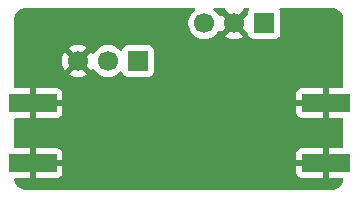
<source format=gbl>
G04 #@! TF.GenerationSoftware,KiCad,Pcbnew,9.0.2*
G04 #@! TF.CreationDate,2025-07-13T18:06:46-04:00*
G04 #@! TF.ProjectId,new-pa-test-board,6e65772d-7061-42d7-9465-73742d626f61,rev?*
G04 #@! TF.SameCoordinates,Original*
G04 #@! TF.FileFunction,Copper,L2,Bot*
G04 #@! TF.FilePolarity,Positive*
%FSLAX46Y46*%
G04 Gerber Fmt 4.6, Leading zero omitted, Abs format (unit mm)*
G04 Created by KiCad (PCBNEW 9.0.2) date 2025-07-13 18:06:46*
%MOMM*%
%LPD*%
G01*
G04 APERTURE LIST*
G04 #@! TA.AperFunction,SMDPad,CuDef*
%ADD10R,4.064000X1.524000*%
G04 #@! TD*
G04 #@! TA.AperFunction,ComponentPad*
%ADD11R,1.700000X1.700000*%
G04 #@! TD*
G04 #@! TA.AperFunction,ComponentPad*
%ADD12C,1.700000*%
G04 #@! TD*
G04 #@! TA.AperFunction,ViaPad*
%ADD13C,0.600000*%
G04 #@! TD*
G04 APERTURE END LIST*
D10*
X169045450Y-92240000D03*
X169045450Y-87160000D03*
X144175000Y-87160000D03*
X144175000Y-92240000D03*
D11*
X163800000Y-80400000D03*
D12*
X161260000Y-80400000D03*
X158720000Y-80400000D03*
D11*
X153100000Y-83600000D03*
D12*
X150560000Y-83600000D03*
X148020000Y-83600000D03*
D13*
X157200000Y-87100000D03*
X157200000Y-86300000D03*
X156200000Y-86300000D03*
X156700000Y-88000000D03*
X156200000Y-87100000D03*
X157200000Y-85500000D03*
X162700000Y-85600000D03*
X147400000Y-92300000D03*
X165900000Y-92300000D03*
X144175000Y-85600000D03*
X156700000Y-90900000D03*
X156200000Y-85500000D03*
X144175000Y-93800000D03*
X169100000Y-85500000D03*
X169000000Y-93800000D03*
X169800000Y-83400000D03*
G04 #@! TA.AperFunction,Conductor*
G36*
X157896407Y-79120184D02*
G01*
X157942162Y-79172988D01*
X157952106Y-79242146D01*
X157923081Y-79305702D01*
X157902253Y-79324817D01*
X157840214Y-79369890D01*
X157840209Y-79369894D01*
X157689890Y-79520213D01*
X157564951Y-79692179D01*
X157468444Y-79881585D01*
X157402753Y-80083760D01*
X157369500Y-80293713D01*
X157369500Y-80506286D01*
X157402753Y-80716239D01*
X157468444Y-80918414D01*
X157564951Y-81107820D01*
X157689890Y-81279786D01*
X157840213Y-81430109D01*
X158012179Y-81555048D01*
X158012181Y-81555049D01*
X158012184Y-81555051D01*
X158201588Y-81651557D01*
X158403757Y-81717246D01*
X158613713Y-81750500D01*
X158613714Y-81750500D01*
X158826286Y-81750500D01*
X158826287Y-81750500D01*
X159036243Y-81717246D01*
X159238412Y-81651557D01*
X159427816Y-81555051D01*
X159514138Y-81492335D01*
X159599786Y-81430109D01*
X159599788Y-81430106D01*
X159599792Y-81430104D01*
X159750104Y-81279792D01*
X159750106Y-81279788D01*
X159750109Y-81279786D01*
X159817515Y-81187007D01*
X159875051Y-81107816D01*
X159879793Y-81098508D01*
X159927763Y-81047711D01*
X159995583Y-81030911D01*
X160061719Y-81053445D01*
X160100763Y-81098500D01*
X160105373Y-81107547D01*
X160144728Y-81161716D01*
X160777037Y-80529408D01*
X160794075Y-80592993D01*
X160859901Y-80707007D01*
X160952993Y-80800099D01*
X161067007Y-80865925D01*
X161130590Y-80882962D01*
X160498282Y-81515269D01*
X160498282Y-81515270D01*
X160552449Y-81554624D01*
X160741782Y-81651095D01*
X160943870Y-81716757D01*
X161153754Y-81750000D01*
X161366246Y-81750000D01*
X161576127Y-81716757D01*
X161576130Y-81716757D01*
X161778217Y-81651095D01*
X161967554Y-81554622D01*
X162021716Y-81515270D01*
X162021717Y-81515270D01*
X161389408Y-80882962D01*
X161452993Y-80865925D01*
X161567007Y-80800099D01*
X161660099Y-80707007D01*
X161725925Y-80592993D01*
X161742962Y-80529409D01*
X162413181Y-81199628D01*
X162446666Y-81260951D01*
X162449500Y-81287300D01*
X162449500Y-81297865D01*
X162449501Y-81297876D01*
X162455908Y-81357483D01*
X162506202Y-81492328D01*
X162506206Y-81492335D01*
X162592452Y-81607544D01*
X162592455Y-81607547D01*
X162707664Y-81693793D01*
X162707671Y-81693797D01*
X162842517Y-81744091D01*
X162842516Y-81744091D01*
X162849444Y-81744835D01*
X162902127Y-81750500D01*
X164697872Y-81750499D01*
X164757483Y-81744091D01*
X164892331Y-81693796D01*
X165007546Y-81607546D01*
X165093796Y-81492331D01*
X165144091Y-81357483D01*
X165150500Y-81297873D01*
X165150499Y-79502128D01*
X165144091Y-79442517D01*
X165117004Y-79369894D01*
X165093797Y-79307671D01*
X165093793Y-79307664D01*
X165087165Y-79298810D01*
X165062747Y-79233346D01*
X165077598Y-79165073D01*
X165127003Y-79115667D01*
X165186431Y-79100499D01*
X169409442Y-79100499D01*
X169434107Y-79100499D01*
X169434108Y-79100500D01*
X169494588Y-79100500D01*
X169505394Y-79100972D01*
X169535721Y-79103625D01*
X169662755Y-79114739D01*
X169684035Y-79118491D01*
X169757138Y-79138079D01*
X169831369Y-79157969D01*
X169851681Y-79165362D01*
X169989915Y-79229822D01*
X170008633Y-79240629D01*
X170133582Y-79328119D01*
X170150135Y-79342009D01*
X170150140Y-79342013D01*
X170257986Y-79449859D01*
X170271880Y-79466417D01*
X170359370Y-79591366D01*
X170370177Y-79610084D01*
X170434637Y-79748318D01*
X170442030Y-79768630D01*
X170481507Y-79915961D01*
X170485260Y-79937246D01*
X170499028Y-80094604D01*
X170499500Y-80105412D01*
X170499500Y-85774000D01*
X170479815Y-85841039D01*
X170427011Y-85886794D01*
X170375500Y-85898000D01*
X169295450Y-85898000D01*
X169295450Y-88422000D01*
X170375500Y-88422000D01*
X170442539Y-88441685D01*
X170488294Y-88494489D01*
X170499500Y-88546000D01*
X170499500Y-90854000D01*
X170479815Y-90921039D01*
X170427011Y-90966794D01*
X170375500Y-90978000D01*
X169295450Y-90978000D01*
X169295450Y-93502000D01*
X170364003Y-93502000D01*
X170377861Y-93506069D01*
X170392285Y-93505268D01*
X170410717Y-93515716D01*
X170431042Y-93521685D01*
X170440500Y-93532600D01*
X170453068Y-93539725D01*
X170462924Y-93558479D01*
X170476797Y-93574489D01*
X170479457Y-93589937D01*
X170485573Y-93601573D01*
X170487530Y-93636806D01*
X170485614Y-93658712D01*
X170485260Y-93662758D01*
X170481507Y-93684038D01*
X170442030Y-93831369D01*
X170434637Y-93851681D01*
X170370177Y-93989915D01*
X170359370Y-94008633D01*
X170271880Y-94133582D01*
X170257986Y-94150140D01*
X170150140Y-94257986D01*
X170133582Y-94271880D01*
X170008633Y-94359370D01*
X169989915Y-94370177D01*
X169851681Y-94434637D01*
X169831369Y-94442030D01*
X169684038Y-94481507D01*
X169662753Y-94485260D01*
X169505395Y-94499028D01*
X169494587Y-94499500D01*
X143605411Y-94499500D01*
X143594604Y-94499028D01*
X143437247Y-94485261D01*
X143415961Y-94481508D01*
X143268630Y-94442031D01*
X143248318Y-94434638D01*
X143110081Y-94370177D01*
X143091363Y-94359370D01*
X142966419Y-94271884D01*
X142949861Y-94257990D01*
X142842011Y-94150140D01*
X142828118Y-94133583D01*
X142740628Y-94008634D01*
X142729821Y-93989916D01*
X142665361Y-93851682D01*
X142657968Y-93831370D01*
X142618491Y-93684039D01*
X142614738Y-93662753D01*
X142612468Y-93636807D01*
X142626235Y-93568307D01*
X142674850Y-93518124D01*
X142735996Y-93502000D01*
X143925000Y-93502000D01*
X144425000Y-93502000D01*
X146254828Y-93502000D01*
X146254844Y-93501999D01*
X146314372Y-93495598D01*
X146314379Y-93495596D01*
X146449086Y-93445354D01*
X146449093Y-93445350D01*
X146564187Y-93359190D01*
X146564190Y-93359187D01*
X146650350Y-93244093D01*
X146650354Y-93244086D01*
X146700596Y-93109379D01*
X146700598Y-93109372D01*
X146706999Y-93049844D01*
X166513450Y-93049844D01*
X166519851Y-93109372D01*
X166519853Y-93109379D01*
X166570095Y-93244086D01*
X166570099Y-93244093D01*
X166656259Y-93359187D01*
X166656262Y-93359190D01*
X166771356Y-93445350D01*
X166771363Y-93445354D01*
X166906070Y-93495596D01*
X166906077Y-93495598D01*
X166965605Y-93501999D01*
X166965622Y-93502000D01*
X168795450Y-93502000D01*
X168795450Y-92490000D01*
X166513450Y-92490000D01*
X166513450Y-93049844D01*
X146706999Y-93049844D01*
X146707000Y-93049827D01*
X146707000Y-92490000D01*
X144425000Y-92490000D01*
X144425000Y-93502000D01*
X143925000Y-93502000D01*
X143925000Y-91990000D01*
X144425000Y-91990000D01*
X146707000Y-91990000D01*
X146707000Y-91430172D01*
X146706999Y-91430155D01*
X166513450Y-91430155D01*
X166513450Y-91990000D01*
X168795450Y-91990000D01*
X168795450Y-90978000D01*
X166965605Y-90978000D01*
X166906077Y-90984401D01*
X166906070Y-90984403D01*
X166771363Y-91034645D01*
X166771356Y-91034649D01*
X166656262Y-91120809D01*
X166656259Y-91120812D01*
X166570099Y-91235906D01*
X166570095Y-91235913D01*
X166519853Y-91370620D01*
X166519851Y-91370627D01*
X166513450Y-91430155D01*
X146706999Y-91430155D01*
X146700598Y-91370627D01*
X146700596Y-91370620D01*
X146650354Y-91235913D01*
X146650350Y-91235906D01*
X146564190Y-91120812D01*
X146564187Y-91120809D01*
X146449093Y-91034649D01*
X146449086Y-91034645D01*
X146314379Y-90984403D01*
X146314372Y-90984401D01*
X146254844Y-90978000D01*
X144425000Y-90978000D01*
X144425000Y-91990000D01*
X143925000Y-91990000D01*
X143925000Y-90978000D01*
X142724500Y-90978000D01*
X142657461Y-90958315D01*
X142611706Y-90905511D01*
X142600500Y-90854000D01*
X142600500Y-88546000D01*
X142620185Y-88478961D01*
X142672989Y-88433206D01*
X142724500Y-88422000D01*
X143925000Y-88422000D01*
X144425000Y-88422000D01*
X146254828Y-88422000D01*
X146254844Y-88421999D01*
X146314372Y-88415598D01*
X146314379Y-88415596D01*
X146449086Y-88365354D01*
X146449093Y-88365350D01*
X146564187Y-88279190D01*
X146564190Y-88279187D01*
X146650350Y-88164093D01*
X146650354Y-88164086D01*
X146700596Y-88029379D01*
X146700598Y-88029372D01*
X146706999Y-87969844D01*
X166513450Y-87969844D01*
X166519851Y-88029372D01*
X166519853Y-88029379D01*
X166570095Y-88164086D01*
X166570099Y-88164093D01*
X166656259Y-88279187D01*
X166656262Y-88279190D01*
X166771356Y-88365350D01*
X166771363Y-88365354D01*
X166906070Y-88415596D01*
X166906077Y-88415598D01*
X166965605Y-88421999D01*
X166965622Y-88422000D01*
X168795450Y-88422000D01*
X168795450Y-87410000D01*
X166513450Y-87410000D01*
X166513450Y-87969844D01*
X146706999Y-87969844D01*
X146707000Y-87969827D01*
X146707000Y-87410000D01*
X144425000Y-87410000D01*
X144425000Y-88422000D01*
X143925000Y-88422000D01*
X143925000Y-86910000D01*
X144425000Y-86910000D01*
X146707000Y-86910000D01*
X146707000Y-86350172D01*
X146706999Y-86350155D01*
X166513450Y-86350155D01*
X166513450Y-86910000D01*
X168795450Y-86910000D01*
X168795450Y-85898000D01*
X166965605Y-85898000D01*
X166906077Y-85904401D01*
X166906070Y-85904403D01*
X166771363Y-85954645D01*
X166771356Y-85954649D01*
X166656262Y-86040809D01*
X166656259Y-86040812D01*
X166570099Y-86155906D01*
X166570095Y-86155913D01*
X166519853Y-86290620D01*
X166519851Y-86290627D01*
X166513450Y-86350155D01*
X146706999Y-86350155D01*
X146700598Y-86290627D01*
X146700596Y-86290620D01*
X146650354Y-86155913D01*
X146650350Y-86155906D01*
X146564190Y-86040812D01*
X146564187Y-86040809D01*
X146449093Y-85954649D01*
X146449086Y-85954645D01*
X146314379Y-85904403D01*
X146314372Y-85904401D01*
X146254844Y-85898000D01*
X144425000Y-85898000D01*
X144425000Y-86910000D01*
X143925000Y-86910000D01*
X143925000Y-85898000D01*
X142724500Y-85898000D01*
X142657461Y-85878315D01*
X142611706Y-85825511D01*
X142600500Y-85774000D01*
X142600500Y-83493753D01*
X146670000Y-83493753D01*
X146670000Y-83706246D01*
X146703242Y-83916127D01*
X146703242Y-83916130D01*
X146768904Y-84118217D01*
X146865375Y-84307550D01*
X146904728Y-84361716D01*
X147537037Y-83729408D01*
X147554075Y-83792993D01*
X147619901Y-83907007D01*
X147712993Y-84000099D01*
X147827007Y-84065925D01*
X147890590Y-84082962D01*
X147258282Y-84715269D01*
X147258282Y-84715270D01*
X147312449Y-84754624D01*
X147501782Y-84851095D01*
X147703870Y-84916757D01*
X147913754Y-84950000D01*
X148126246Y-84950000D01*
X148336127Y-84916757D01*
X148336130Y-84916757D01*
X148538217Y-84851095D01*
X148727554Y-84754622D01*
X148781716Y-84715270D01*
X148781717Y-84715270D01*
X148149408Y-84082962D01*
X148212993Y-84065925D01*
X148327007Y-84000099D01*
X148420099Y-83907007D01*
X148485925Y-83792993D01*
X148502962Y-83729408D01*
X149135270Y-84361717D01*
X149135270Y-84361716D01*
X149174622Y-84307555D01*
X149179232Y-84298507D01*
X149227205Y-84247709D01*
X149295025Y-84230912D01*
X149361161Y-84253447D01*
X149400204Y-84298504D01*
X149404949Y-84307817D01*
X149529890Y-84479786D01*
X149680213Y-84630109D01*
X149852179Y-84755048D01*
X149852181Y-84755049D01*
X149852184Y-84755051D01*
X150041588Y-84851557D01*
X150243757Y-84917246D01*
X150453713Y-84950500D01*
X150453714Y-84950500D01*
X150666286Y-84950500D01*
X150666287Y-84950500D01*
X150876243Y-84917246D01*
X151078412Y-84851557D01*
X151267816Y-84755051D01*
X151439792Y-84630104D01*
X151553329Y-84516566D01*
X151614648Y-84483084D01*
X151684340Y-84488068D01*
X151740274Y-84529939D01*
X151757189Y-84560917D01*
X151806202Y-84692328D01*
X151806206Y-84692335D01*
X151892452Y-84807544D01*
X151892455Y-84807547D01*
X152007664Y-84893793D01*
X152007671Y-84893797D01*
X152142517Y-84944091D01*
X152142516Y-84944091D01*
X152149444Y-84944835D01*
X152202127Y-84950500D01*
X153997872Y-84950499D01*
X154057483Y-84944091D01*
X154192331Y-84893796D01*
X154307546Y-84807546D01*
X154393796Y-84692331D01*
X154444091Y-84557483D01*
X154450500Y-84497873D01*
X154450499Y-82702128D01*
X154444091Y-82642517D01*
X154442810Y-82639083D01*
X154393797Y-82507671D01*
X154393793Y-82507664D01*
X154307547Y-82392455D01*
X154307544Y-82392452D01*
X154192335Y-82306206D01*
X154192328Y-82306202D01*
X154057482Y-82255908D01*
X154057483Y-82255908D01*
X153997883Y-82249501D01*
X153997881Y-82249500D01*
X153997873Y-82249500D01*
X153997864Y-82249500D01*
X152202129Y-82249500D01*
X152202123Y-82249501D01*
X152142516Y-82255908D01*
X152007671Y-82306202D01*
X152007664Y-82306206D01*
X151892455Y-82392452D01*
X151892452Y-82392455D01*
X151806206Y-82507664D01*
X151806203Y-82507669D01*
X151757189Y-82639083D01*
X151715317Y-82695016D01*
X151649853Y-82719433D01*
X151581580Y-82704581D01*
X151553326Y-82683430D01*
X151439786Y-82569890D01*
X151267820Y-82444951D01*
X151078414Y-82348444D01*
X151078413Y-82348443D01*
X151078412Y-82348443D01*
X150876243Y-82282754D01*
X150876241Y-82282753D01*
X150876240Y-82282753D01*
X150714957Y-82257208D01*
X150666287Y-82249500D01*
X150453713Y-82249500D01*
X150405042Y-82257208D01*
X150243760Y-82282753D01*
X150041585Y-82348444D01*
X149852179Y-82444951D01*
X149680213Y-82569890D01*
X149529890Y-82720213D01*
X149404949Y-82892182D01*
X149400202Y-82901499D01*
X149352227Y-82952293D01*
X149284405Y-82969087D01*
X149218271Y-82946548D01*
X149179234Y-82901495D01*
X149174626Y-82892452D01*
X149135270Y-82838282D01*
X149135269Y-82838282D01*
X148502962Y-83470590D01*
X148485925Y-83407007D01*
X148420099Y-83292993D01*
X148327007Y-83199901D01*
X148212993Y-83134075D01*
X148149409Y-83117037D01*
X148781716Y-82484728D01*
X148727550Y-82445375D01*
X148538217Y-82348904D01*
X148336129Y-82283242D01*
X148126246Y-82250000D01*
X147913754Y-82250000D01*
X147703872Y-82283242D01*
X147703869Y-82283242D01*
X147501782Y-82348904D01*
X147312439Y-82445380D01*
X147258282Y-82484727D01*
X147258282Y-82484728D01*
X147890591Y-83117037D01*
X147827007Y-83134075D01*
X147712993Y-83199901D01*
X147619901Y-83292993D01*
X147554075Y-83407007D01*
X147537037Y-83470591D01*
X146904728Y-82838282D01*
X146904727Y-82838282D01*
X146865380Y-82892439D01*
X146768904Y-83081782D01*
X146703242Y-83283869D01*
X146703242Y-83283872D01*
X146670000Y-83493753D01*
X142600500Y-83493753D01*
X142600500Y-80105412D01*
X142600972Y-80094605D01*
X142606265Y-80034107D01*
X142614739Y-79937241D01*
X142618492Y-79915961D01*
X142657969Y-79768626D01*
X142665362Y-79748317D01*
X142729823Y-79610081D01*
X142740629Y-79591366D01*
X142764033Y-79557940D01*
X142828121Y-79466413D01*
X142842005Y-79449867D01*
X142949863Y-79342008D01*
X142966413Y-79328120D01*
X143091379Y-79240618D01*
X143110073Y-79229826D01*
X143248326Y-79165358D01*
X143268616Y-79157972D01*
X143415966Y-79118490D01*
X143437242Y-79114739D01*
X143594617Y-79100970D01*
X143605423Y-79100499D01*
X157829368Y-79100499D01*
X157896407Y-79120184D01*
G37*
G04 #@! TD.AperFunction*
G04 #@! TA.AperFunction,Conductor*
G36*
X160445678Y-79120184D02*
G01*
X160491433Y-79172988D01*
X160502257Y-79234229D01*
X160498282Y-79284728D01*
X161130591Y-79917037D01*
X161067007Y-79934075D01*
X160952993Y-79999901D01*
X160859901Y-80092993D01*
X160794075Y-80207007D01*
X160777037Y-80270591D01*
X160144728Y-79638282D01*
X160144727Y-79638282D01*
X160105380Y-79692440D01*
X160105376Y-79692446D01*
X160100760Y-79701505D01*
X160052781Y-79752297D01*
X159984959Y-79769087D01*
X159918826Y-79746543D01*
X159879794Y-79701493D01*
X159875051Y-79692184D01*
X159875049Y-79692181D01*
X159875048Y-79692179D01*
X159750109Y-79520213D01*
X159599790Y-79369894D01*
X159599785Y-79369890D01*
X159537747Y-79324817D01*
X159495081Y-79269488D01*
X159489102Y-79199874D01*
X159521707Y-79138079D01*
X159582546Y-79103722D01*
X159610632Y-79100499D01*
X160378639Y-79100499D01*
X160445678Y-79120184D01*
G37*
G04 #@! TD.AperFunction*
G04 #@! TA.AperFunction,Conductor*
G36*
X162480608Y-79120184D02*
G01*
X162526363Y-79172988D01*
X162536307Y-79242146D01*
X162512835Y-79298810D01*
X162506206Y-79307664D01*
X162506202Y-79307671D01*
X162455908Y-79442517D01*
X162449501Y-79502116D01*
X162449501Y-79502123D01*
X162449500Y-79502135D01*
X162449500Y-79512690D01*
X162429815Y-79579729D01*
X162413181Y-79600371D01*
X161742962Y-80270590D01*
X161725925Y-80207007D01*
X161660099Y-80092993D01*
X161567007Y-79999901D01*
X161452993Y-79934075D01*
X161389409Y-79917037D01*
X162021716Y-79284728D01*
X162017742Y-79234229D01*
X162032106Y-79165851D01*
X162081157Y-79116094D01*
X162141360Y-79100499D01*
X162413569Y-79100499D01*
X162480608Y-79120184D01*
G37*
G04 #@! TD.AperFunction*
M02*

</source>
